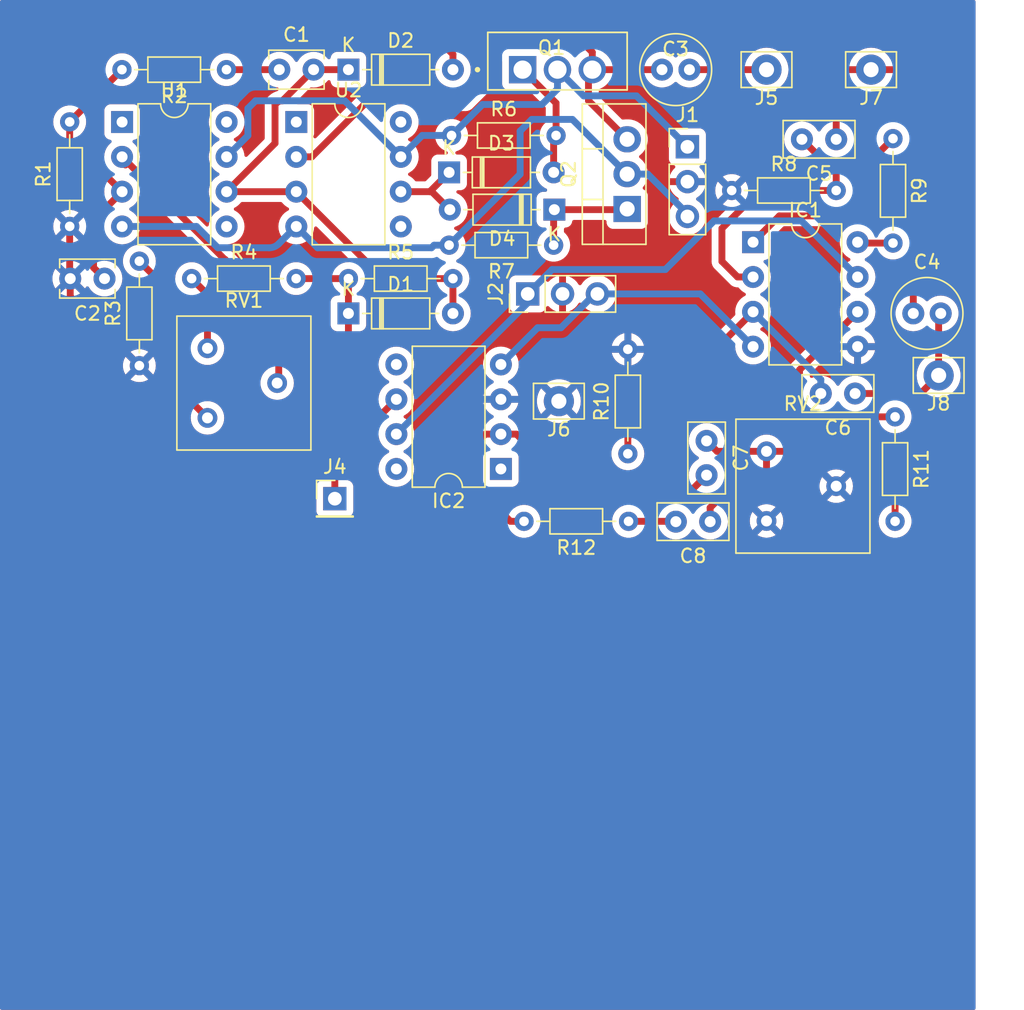
<source format=kicad_pcb>
(kicad_pcb (version 20221018) (generator pcbnew)
  (layers (0 "F.Cu" signal) (31 "B.Cu" signal) (34 "B.Paste" user) (35 "F.Paste" user) (36 "B.SilkS" user "B.Silkscreen") (37 "F.SilkS" user "F.Silkscreen") (38 "B.Mask" user) (39 "F.Mask" user) (44 "Edge.Cuts" user))
  (net 0 "")
  (net 1 "Net-(C1-Pad1)")
  (net 2 "Net-(D1-A)")
  (net 3 "Net-(U1-+)")
  (net 4 "GND")
  (net 5 "Net-(Q2-S)")
  (net 6 "Net-(J5-Pin_1)")
  (net 7 "Net-(J7-Pin_1)")
  (net 8 "Net-(J8-Pin_1)")
  (net 9 "Net-(C5-Pad2)")
  (net 10 "Net-(C6-Pad2)")
  (net 11 "Net-(C7-Pad1)")
  (net 12 "Net-(C7-Pad2)")
  (net 13 "Net-(C8-Pad2)")
  (net 14 "Net-(D1-K)")
  (net 15 "Net-(D3-K)")
  (net 16 "Net-(D3-A)")
  (net 17 "Net-(D4-K)")
  (net 18 "Net-(IC1-Pad1)")
  (net 19 "/-5V")
  (net 20 "Net-(IC1-Pad6)")
  (net 21 "/+5V")
  (net 22 "Net-(IC1-Pad8)")
  (net 25 "Net-(J4-Pin_1)")
  (net 27 "+12V")
  (net 28 "-12V")
  (net 29 "Net-(R3-Pad2)")
  (net 30 "Net-(R4-Pad1)")
  (net 31 "Net-(U1--)")
  (footprint "Connector_Pin:Pin_D1.1mm_L10.2mm_W3.5mm_Flat" (layer "F.Cu") (at 180.34 76.2)
    (fp_text reference "J5" (at 0 2.05) (layer "F.SilkS"))
    (fp_text value "Conn_01x01_Pin")
    (pad "1" thru_hole circle (at 0 0) (size 2.2 2.2) (drill 1.1) (layers "*.Cu" "*.Mask") (net 6 "Net-(J5-Pin_1)"))
  )
  (footprint "Resistor_THT:R_Axial_DIN0204_L3.6mm_D1.6mm_P7.62mm_Horizontal" (layer "F.Cu") (at 164.8206 89.0016 180)
    (fp_text reference "R7" (at 3.81 -1.92) (layer "F.SilkS"))
    (fp_text value "10K")
    (pad "1" thru_hole circle (at 0 0 180) (size 1.4 1.4) (drill 0.7) (layers "*.Cu" "*.Mask") (net 17 "Net-(D4-K)"))
    (pad "2" thru_hole oval (at 7.62 0 180) (size 1.4 1.4) (drill 0.7) (layers "*.Cu" "*.Mask") (net 28 "-12V"))
  )
  (footprint "Package_TO_SOT_THT:TO-220-3_Vertical" (layer "F.Cu") (at 170.18 86.36 90)
    (fp_text reference "Q2" (at 2.54 -4.27 90) (layer "F.SilkS"))
    (fp_text value "IRF9540N")
    (pad "1" thru_hole rect (at 0 0 90) (size 1.905 2) (drill 1.1) (layers "*.Cu" "*.Mask") (net 17 "Net-(D4-K)"))
    (pad "2" thru_hole oval (at 2.54 0 90) (size 1.905 2) (drill 1.1) (layers "*.Cu" "*.Mask") (net 28 "-12V"))
    (pad "3" thru_hole oval (at 5.08 0 90) (size 1.905 2) (drill 1.1) (layers "*.Cu" "*.Mask") (net 5 "Net-(Q2-S)"))
  )
  (footprint "Capacitor_THT:C_Disc_D5.0mm_W2.5mm_P2.50mm" (layer "F.Cu") (at 186.797 99.822 180)
    (fp_text reference "C6" (at 1.25 -2.5) (layer "F.SilkS"))
    (fp_text value "0.1uF")
    (pad "1" thru_hole circle (at 0 0 180) (size 1.6 1.6) (drill 0.8) (layers "*.Cu" "*.Mask") (net 8 "Net-(J8-Pin_1)"))
    (pad "2" thru_hole circle (at 2.5 0 180) (size 1.6 1.6) (drill 0.8) (layers "*.Cu" "*.Mask") (net 10 "Net-(C6-Pad2)"))
  )
  (footprint "Capacitor_THT:C_Disc_D5.0mm_W2.5mm_P2.50mm" (layer "F.Cu") (at 175.9712 103.2764 -90)
    (fp_text reference "C7" (at 1.25 -2.5 90) (layer "F.SilkS"))
    (fp_text value "0.1uF")
    (pad "1" thru_hole circle (at 0 0 270) (size 1.6 1.6) (drill 0.8) (layers "*.Cu" "*.Mask") (net 11 "Net-(C7-Pad1)"))
    (pad "2" thru_hole circle (at 2.5 0 270) (size 1.6 1.6) (drill 0.8) (layers "*.Cu" "*.Mask") (net 12 "Net-(C7-Pad2)"))
  )
  (footprint "Resistor_THT:R_Axial_DIN0204_L3.6mm_D1.6mm_P7.62mm_Horizontal" (layer "F.Cu") (at 138.43 91.44)
    (fp_text reference "R4" (at 3.81 -1.92) (layer "F.SilkS"))
    (fp_text value "10k")
    (pad "1" thru_hole circle (at 0 0) (size 1.4 1.4) (drill 0.7) (layers "*.Cu" "*.Mask") (net 30 "Net-(R4-Pad1)"))
    (pad "2" thru_hole oval (at 7.62 0) (size 1.4 1.4) (drill 0.7) (layers "*.Cu" "*.Mask") (net 14 "Net-(D1-K)"))
  )
  (footprint "Package_DIP:DIP-8_W7.62mm" (layer "F.Cu") (at 146.06 80.02)
    (fp_text reference "U2" (at 3.81 -2.33) (layer "F.SilkS"))
    (fp_text value "LM741")
    (pad "1" thru_hole rect (at 0 0) (size 1.6 1.6) (drill 0.8) (layers "*.Cu" "*.Mask"))
    (pad "2" thru_hole oval (at 0 2.54) (size 1.6 1.6) (drill 0.8) (layers "*.Cu" "*.Mask") (net 5 "Net-(Q2-S)"))
    (pad "3" thru_hole oval (at 0 5.08) (size 1.6 1.6) (drill 0.8) (layers "*.Cu" "*.Mask") (net 2 "Net-(D1-A)"))
    (pad "4" thru_hole oval (at 0 7.62) (size 1.6 1.6) (drill 0.8) (layers "*.Cu" "*.Mask") (net 28 "-12V"))
    (pad "5" thru_hole oval (at 7.62 7.62) (size 1.6 1.6) (drill 0.8) (layers "*.Cu" "*.Mask"))
    (pad "6" thru_hole oval (at 7.62 5.08) (size 1.6 1.6) (drill 0.8) (layers "*.Cu" "*.Mask") (net 15 "Net-(D3-K)"))
    (pad "7" thru_hole oval (at 7.62 2.54) (size 1.6 1.6) (drill 0.8) (layers "*.Cu" "*.Mask") (net 27 "+12V"))
    (pad "8" thru_hole oval (at 7.62 0) (size 1.6 1.6) (drill 0.8) (layers "*.Cu" "*.Mask"))
  )
  (footprint "Diode_THT:D_DO-35_SOD27_P7.62mm_Horizontal" (layer "F.Cu") (at 164.8714 86.4108 180)
    (fp_text reference "D4" (at 3.81 -2.12) (layer "F.SilkS"))
    (fp_text value "1N4148")
    (fp_text user "K" (at 0 -1.8) (layer "F.SilkS"))
    (pad "1" thru_hole rect (at 0 0 180) (size 1.6 1.6) (drill 0.8) (layers "*.Cu" "*.Mask") (net 17 "Net-(D4-K)"))
    (pad "2" thru_hole oval (at 7.62 0 180) (size 1.6 1.6) (drill 0.8) (layers "*.Cu" "*.Mask") (net 15 "Net-(D3-K)"))
  )
  (footprint "Resistor_THT:R_Axial_DIN0204_L3.6mm_D1.6mm_P7.62mm_Horizontal" (layer "F.Cu") (at 140.97 76.2 180)
    (fp_text reference "R2" (at 3.81 -1.92) (layer "F.SilkS"))
    (fp_text value "1.3K")
    (pad "1" thru_hole circle (at 0 0 180) (size 1.4 1.4) (drill 0.7) (layers "*.Cu" "*.Mask") (net 1 "Net-(C1-Pad1)"))
    (pad "2" thru_hole oval (at 7.62 0 180) (size 1.4 1.4) (drill 0.7) (layers "*.Cu" "*.Mask") (net 3 "Net-(U1-+)"))
  )
  (footprint "Connector_PinHeader_2.54mm:PinHeader_1x01_P2.54mm_Vertical" (layer "F.Cu") (at 148.8694 107.4928)
    (fp_text reference "J4" (at 0 -2.33) (layer "F.SilkS"))
    (fp_text value "Conn_01x01")
    (pad "1" thru_hole rect (at 0 0) (size 1.7 1.7) (drill 1) (layers "*.Cu" "*.Mask") (net 25 "Net-(J4-Pin_1)"))
  )
  (footprint "Diode_THT:D_DO-35_SOD27_P7.62mm_Horizontal" (layer "F.Cu") (at 149.86 93.98)
    (fp_text reference "D1" (at 3.81 -2.12) (layer "F.SilkS"))
    (fp_text value "1N4448")
    (fp_text user "K" (at 0 -1.8) (layer "F.SilkS"))
    (pad "1" thru_hole rect (at 0 0) (size 1.6 1.6) (drill 0.8) (layers "*.Cu" "*.Mask") (net 14 "Net-(D1-K)"))
    (pad "2" thru_hole oval (at 7.62 0) (size 1.6 1.6) (drill 0.8) (layers "*.Cu" "*.Mask") (net 2 "Net-(D1-A)"))
  )
  (footprint "Capacitor_THT:C_Disc_D5.0mm_W2.5mm_P2.50mm" (layer "F.Cu") (at 185.42 81.28 180)
    (fp_text reference "C5" (at 1.25 -2.5) (layer "F.SilkS"))
    (fp_text value "0.1uF")
    (pad "1" thru_hole circle (at 0 0 180) (size 1.6 1.6) (drill 0.8) (layers "*.Cu" "*.Mask") (net 7 "Net-(J7-Pin_1)"))
    (pad "2" thru_hole circle (at 2.5 0 180) (size 1.6 1.6) (drill 0.8) (layers "*.Cu" "*.Mask") (net 9 "Net-(C5-Pad2)"))
  )
  (footprint "Potentiometer_THT:Potentiometer_Bourns_3386F_Vertical" (layer "F.Cu") (at 180.34 109.1184)
    (fp_text reference "RV2" (at 2.655 -8.555) (layer "F.SilkS"))
    (fp_text value "100")
    (pad "1" thru_hole circle (at 0 0) (size 1.44 1.44) (drill 0.8) (layers "*.Cu" "*.Mask") (net 4 "GND"))
    (pad "2" thru_hole circle (at 5.08 -2.54) (size 1.44 1.44) (drill 0.8) (layers "*.Cu" "*.Mask") (net 4 "GND"))
    (pad "3" thru_hole circle (at 0 -5.08) (size 1.44 1.44) (drill 0.8) (layers "*.Cu" "*.Mask") (net 11 "Net-(C7-Pad1)"))
  )
  (footprint "Potentiometer_THT:Potentiometer_Bourns_3386F_Vertical" (layer "F.Cu") (at 139.585 101.6)
    (fp_text reference "RV1" (at 2.655 -8.555) (layer "F.SilkS"))
    (fp_text value "10k")
    (pad "1" thru_hole circle (at 0 0) (size 1.44 1.44) (drill 0.8) (layers "*.Cu" "*.Mask") (net 29 "Net-(R3-Pad2)"))
    (pad "2" thru_hole circle (at 5.08 -2.54) (size 1.44 1.44) (drill 0.8) (layers "*.Cu" "*.Mask") (net 31 "Net-(U1--)"))
    (pad "3" thru_hole circle (at 0 -5.08) (size 1.44 1.44) (drill 0.8) (layers "*.Cu" "*.Mask") (net 30 "Net-(R4-Pad1)"))
  )
  (footprint "Capacitor_THT:C_Disc_D3.8mm_W2.6mm_P2.50mm" (layer "F.Cu") (at 132.08 91.44 180)
    (fp_text reference "C2" (at 1.25 -2.55) (layer "F.SilkS"))
    (fp_text value "22pF")
    (pad "1" thru_hole circle (at 0 0 180) (size 1.6 1.6) (drill 0.8) (layers "*.Cu" "*.Mask") (net 3 "Net-(U1-+)"))
    (pad "2" thru_hole circle (at 2.5 0 180) (size 1.6 1.6) (drill 0.8) (layers "*.Cu" "*.Mask") (net 4 "GND"))
  )
  (footprint "IRFZ44N:TO254P1016X419X2286-3" (layer "F.Cu") (at 165.1 76.2)
    (fp_text reference "Q1" (at -0.4318 -1.6002) (layer "F.SilkS"))
    (fp_text value "IRFZ44N")
    (pad "1" thru_hole rect (at -2.54 0) (size 1.995 1.995) (drill 1.33) (layers "*.Cu" "*.Mask") (net 16 "Net-(D3-A)"))
    (pad "2" thru_hole circle (at 0 0) (size 1.995 1.995) (drill 1.33) (layers "*.Cu" "*.Mask") (net 27 "+12V"))
    (pad "3" thru_hole circle (at 2.54 0) (size 1.995 1.995) (drill 1.33) (layers "*.Cu" "*.Mask") (net 5 "Net-(Q2-S)"))
  )
  (footprint "Connector_PinHeader_2.54mm:PinHeader_1x03_P2.54mm_Vertical" (layer "F.Cu") (at 162.9306 92.5576 90)
    (fp_text reference "J2" (at 0 -2.33 90) (layer "F.SilkS"))
    (fp_text value "Conn_01x03")
    (pad "1" thru_hole rect (at 0 0 90) (size 1.7 1.7) (drill 1) (layers "*.Cu" "*.Mask") (net 21 "/+5V"))
    (pad "2" thru_hole oval (at 0 2.54 90) (size 1.7 1.7) (drill 1) (layers "*.Cu" "*.Mask") (net 4 "GND"))
    (pad "3" thru_hole oval (at 0 5.08 90) (size 1.7 1.7) (drill 1) (layers "*.Cu" "*.Mask") (net 19 "/-5V"))
  )
  (footprint "Package_DIP:DIP-8_W7.62mm" (layer "F.Cu") (at 160.9752 105.3238 180)
    (fp_text reference "IC2" (at 3.81 -2.33) (layer "F.SilkS"))
    (fp_text value "OP27Z")
    (pad "1" thru_hole rect (at 0 0 180) (size 1.6 1.6) (drill 0.8) (layers "*.Cu" "*.Mask"))
    (pad "2" thru_hole oval (at 0 2.54 180) (size 1.6 1.6) (drill 0.8) (layers "*.Cu" "*.Mask") (net 12 "Net-(C7-Pad2)"))
    (pad "3" thru_hole oval (at 0 5.08 180) (size 1.6 1.6) (drill 0.8) (layers "*.Cu" "*.Mask") (net 4 "GND"))
    (pad "4" thru_hole oval (at 0 7.62 180) (size 1.6 1.6) (drill 0.8) (layers "*.Cu" "*.Mask") (net 19 "/-5V"))
    (pad "5" thru_hole oval (at 7.62 7.62 180) (size 1.6 1.6) (drill 0.8) (layers "*.Cu" "*.Mask"))
    (pad "6" thru_hole oval (at 7.62 5.08 180) (size 1.6 1.6) (drill 0.8) (layers "*.Cu" "*.Mask") (net 25 "Net-(J4-Pin_1)"))
    (pad "7" thru_hole oval (at 7.62 2.54 180) (size 1.6 1.6) (drill 0.8) (layers "*.Cu" "*.Mask") (net 21 "/+5V"))
    (pad "8" thru_hole oval (at 7.62 0 180) (size 1.6 1.6) (drill 0.8) (layers "*.Cu" "*.Mask"))
  )
  (footprint "Resistor_THT:R_Axial_DIN0204_L3.6mm_D1.6mm_P7.62mm_Horizontal" (layer "F.Cu") (at 170.2816 109.1438 180)
    (fp_text reference "R12" (at 3.81 -1.92) (layer "F.SilkS"))
    (fp_text value "30.47k")
    (pad "1" thru_hole circle (at 0 0 180) (size 1.4 1.4) (drill 0.7) (layers "*.Cu" "*.Mask") (net 13 "Net-(C8-Pad2)"))
    (pad "2" thru_hole oval (at 7.62 0 180) (size 1.4 1.4) (drill 0.7) (layers "*.Cu" "*.Mask") (net 12 "Net-(C7-Pad2)"))
  )
  (footprint "Resistor_THT:R_Axial_DIN0204_L3.6mm_D1.6mm_P7.62mm_Horizontal" (layer "F.Cu") (at 149.86 91.44)
    (fp_text reference "R5" (at 3.81 -1.92) (layer "F.SilkS"))
    (fp_text value "10k")
    (pad "1" thru_hole circle (at 0 0) (size 1.4 1.4) (drill 0.7) (layers "*.Cu" "*.Mask") (net 14 "Net-(D1-K)"))
    (pad "2" thru_hole oval (at 7.62 0) (size 1.4 1.4) (drill 0.7) (layers "*.Cu" "*.Mask") (net 2 "Net-(D1-A)"))
  )
  (footprint "Resistor_THT:R_Axial_DIN0204_L3.6mm_D1.6mm_P7.62mm_Horizontal" (layer "F.Cu") (at 170.2308 104.2162 90)
    (fp_text reference "R10" (at 3.81 -1.92 90) (layer "F.SilkS"))
    (fp_text value "1.7K")
    (pad "1" thru_hole circle (at 0 0 90) (size 1.4 1.4) (drill 0.7) (layers "*.Cu" "*.Mask") (net 10 "Net-(C6-Pad2)"))
    (pad "2" thru_hole oval (at 7.62 0 90) (size 1.4 1.4) (drill 0.7) (layers "*.Cu" "*.Mask") (net 4 "GND"))
  )
  (footprint "Package_DIP:DIP-8_W7.62mm" (layer "F.Cu") (at 133.36 80.02)
    (fp_text reference "U1" (at 3.81 -2.33) (layer "F.SilkS"))
    (fp_text value "LM741")
    (pad "1" thru_hole rect (at 0 0) (size 1.6 1.6) (drill 0.8) (layers "*.Cu" "*.Mask"))
    (pad "2" thru_hole oval (at 0 2.54) (size 1.6 1.6) (drill 0.8) (layers "*.Cu" "*.Mask") (net 31 "Net-(U1--)"))
    (pad "3" thru_hole oval (at 0 5.08) (size 1.6 1.6) (drill 0.8) (layers "*.Cu" "*.Mask") (net 3 "Net-(U1-+)"))
    (pad "4" thru_hole oval (at 0 7.62) (size 1.6 1.6) (drill 0.8) (layers "*.Cu" "*.Mask") (net 28 "-12V"))
    (pad "5" thru_hole oval (at 7.62 7.62) (size 1.6 1.6) (drill 0.8) (layers "*.Cu" "*.Mask"))
    (pad "6" thru_hole oval (at 7.62 5.08) (size 1.6 1.6) (drill 0.8) (layers "*.Cu" "*.Mask") (net 2 "Net-(D1-A)"))
    (pad "7" thru_hole oval (at 7.62 2.54) (size 1.6 1.6) (drill 0.8) (layers "*.Cu" "*.Mask") (net 27 "+12V"))
    (pad "8" thru_hole oval (at 7.62 0) (size 1.6 1.6) (drill 0.8) (layers "*.Cu" "*.Mask"))
  )
  (footprint "Resistor_THT:R_Axial_DIN0204_L3.6mm_D1.6mm_P7.62mm_Horizontal" (layer "F.Cu") (at 157.3784 81.0006)
    (fp_text reference "R6" (at 3.81 -1.92) (layer "F.SilkS"))
    (fp_text value "10K")
    (pad "1" thru_hole circle (at 0 0) (size 1.4 1.4) (drill 0.7) (layers "*.Cu" "*.Mask") (net 27 "+12V"))
    (pad "2" thru_hole oval (at 7.62 0) (size 1.4 1.4) (drill 0.7) (layers "*.Cu" "*.Mask") (net 16 "Net-(D3-A)"))
  )
  (footprint "Connector_PinHeader_2.54mm:PinHeader_1x03_P2.54mm_Vertical" (layer "F.Cu") (at 174.5742 81.8284)
    (fp_text reference "J1" (at 0 -2.33) (layer "F.SilkS"))
    (fp_text value "Conn_01x03")
    (pad "1" thru_hole rect (at 0 0) (size 1.7 1.7) (drill 1) (layers "*.Cu" "*.Mask") (net 27 "+12V"))
    (pad "2" thru_hole oval (at 0 2.54) (size 1.7 1.7) (drill 1) (layers "*.Cu" "*.Mask") (net 4 "GND"))
    (pad "3" thru_hole oval (at 0 5.08) (size 1.7 1.7) (drill 1) (layers "*.Cu" "*.Mask") (net 28 "-12V"))
  )
  (footprint "Connector_Pin:Pin_D1.1mm_L10.2mm_W3.5mm_Flat" (layer "F.Cu") (at 187.96 76.2)
    (fp_text reference "J7" (at 0 2.05) (layer "F.SilkS"))
    (fp_text value "Conn_01x01_Pin")
    (pad "1" thru_hole circle (at 0 0) (size 2.2 2.2) (drill 1.1) (layers "*.Cu" "*.Mask") (net 7 "Net-(J7-Pin_1)"))
  )
  (footprint "Diode_THT:D_DO-35_SOD27_P7.62mm_Horizontal" (layer "F.Cu") (at 157.2006 83.693)
    (fp_text reference "D3" (at 3.81 -2.12) (layer "F.SilkS"))
    (fp_text value "1N4148")
    (fp_text user "K" (at 0 -1.8) (layer "F.SilkS"))
    (pad "1" thru_hole rect (at 0 0) (size 1.6 1.6) (drill 0.8) (layers "*.Cu" "*.Mask") (net 15 "Net-(D3-K)"))
    (pad "2" thru_hole oval (at 7.62 0) (size 1.6 1.6) (drill 0.8) (layers "*.Cu" "*.Mask") (net 16 "Net-(D3-A)"))
  )
  (footprint "Connector_Pin:Pin_D1.1mm_L10.2mm_W3.5mm_Flat" (layer "F.Cu") (at 165.2016 100.3808)
    (fp_text reference "J6" (at 0 2.05) (layer "F.SilkS"))
    (fp_text value "Conn_01x01_Pin")
    (pad "1" thru_hole circle (at 0 0) (size 2.2 2.2) (drill 1.1) (layers "*.Cu" "*.Mask") (net 4 "GND"))
  )
  (footprint "Capacitor_THT:C_Radial_D5.0mm_H11.0mm_P2.00mm" (layer "F.Cu") (at 191.04 93.98)
    (fp_text reference "C4" (at 1 -3.75) (layer "F.SilkS"))
    (fp_text value "4.7uF")
    (pad "1" thru_hole circle (at 0 0) (size 1.6 1.6) (drill 0.8) (layers "*.Cu" "*.Mask") (net 7 "Net-(J7-Pin_1)"))
    (pad "2" thru_hole circle (at 2 0) (size 1.6 1.6) (drill 0.8) (layers "*.Cu" "*.Mask") (net 8 "Net-(J8-Pin_1)"))
  )
  (footprint "Resistor_THT:R_Axial_DIN0204_L3.6mm_D1.6mm_P7.62mm_Horizontal" (layer "F.Cu") (at 129.54 87.63 90)
    (fp_text reference "R1" (at 3.81 -1.92 90) (layer "F.SilkS"))
    (fp_text value "1.3k")
    (pad "1" thru_hole circle (at 0 0 90) (size 1.4 1.4) (drill 0.7) (layers "*.Cu" "*.Mask") (net 4 "GND"))
    (pad "2" thru_hole oval (at 7.62 0 90) (size 1.4 1.4) (drill 0.7) (layers "*.Cu" "*.Mask") (net 3 "Net-(U1-+)"))
  )
  (footprint "Connector_Pin:Pin_D1.1mm_L10.2mm_W3.5mm_Flat" (layer "F.Cu") (at 192.8876 98.5012)
    (fp_text reference "J8" (at 0 2.05) (layer "F.SilkS"))
    (fp_text value "Conn_01x01_Pin")
    (pad "1" thru_hole circle (at 0 0) (size 2.2 2.2) (drill 1.1) (layers "*.Cu" "*.Mask") (net 8 "Net-(J8-Pin_1)"))
  )
  (footprint "Capacitor_THT:C_Disc_D5.0mm_W2.5mm_P2.50mm" (layer "F.Cu") (at 176.2306 109.1692 180)
    (fp_text reference "C8" (at 1.25 -2.5) (layer "F.SilkS"))
    (fp_text value "0.1uF")
    (pad "1" thru_hole circle (at 0 0 180) (size 1.6 1.6) (drill 0.8) (layers "*.Cu" "*.Mask") (net 11 "Net-(C7-Pad1)"))
    (pad "2" thru_hole circle (at 2.5 0 180) (size 1.6 1.6) (drill 0.8) (layers "*.Cu" "*.Mask") (net 13 "Net-(C8-Pad2)"))
  )
  (footprint "Package_DIP:DIP-8_W7.62mm" (layer "F.Cu") (at 179.3594 88.783)
    (fp_text reference "IC1" (at 3.81 -2.33) (layer "F.SilkS"))
    (fp_text value "INA118")
    (pad "1" thru_hole rect (at 0 0) (size 1.6 1.6) (drill 0.8) (layers "*.Cu" "*.Mask") (net 18 "Net-(IC1-Pad1)"))
    (pad "2" thru_hole oval (at 0 2.54) (size 1.6 1.6) (drill 0.8) (layers "*.Cu" "*.Mask") (net 9 "Net-(C5-Pad2)"))
    (pad "3" thru_hole oval (at 0 5.08) (size 1.6 1.6) (drill 0.8) (layers "*.Cu" "*.Mask") (net 10 "Net-(C6-Pad2)"))
    (pad "4" thru_hole oval (at 0 7.62) (size 1.6 1.6) (drill 0.8) (layers "*.Cu" "*.Mask") (net 19 "/-5V"))
    (pad "5" thru_hole oval (at 7.62 7.62) (size 1.6 1.6) (drill 0.8) (layers "*.Cu" "*.Mask") (net 4 "GND"))
    (pad "6" thru_hole oval (at 7.62 5.08) (size 1.6 1.6) (drill 0.8) (layers "*.Cu" "*.Mask") (net 20 "Net-(IC1-Pad6)"))
    (pad "7" thru_hole oval (at 7.62 2.54) (size 1.6 1.6) (drill 0.8) (layers "*.Cu" "*.Mask") (net 21 "/+5V"))
    (pad "8" thru_hole oval (at 7.62 0) (size 1.6 1.6) (drill 0.8) (layers "*.Cu" "*.Mask") (net 22 "Net-(IC1-Pad8)"))
  )
  (footprint "Resistor_THT:R_Axial_DIN0204_L3.6mm_D1.6mm_P7.62mm_Horizontal" (layer "F.Cu") (at 134.62 97.79 90)
    (fp_text reference "R3" (at 3.81 -1.92 90) (layer "F.SilkS"))
    (fp_text value "10k")
    (pad "1" thru_hole circle (at 0 0 90) (size 1.4 1.4) (drill 0.7) (layers "*.Cu" "*.Mask") (net 4 "GND"))
    (pad "2" thru_hole oval (at 7.62 0 90) (size 1.4 1.4) (drill 0.7) (layers "*.Cu" "*.Mask") (net 29 "Net-(R3-Pad2)"))
  )
  (footprint "Capacitor_THT:C_Radial_D5.0mm_H11.0mm_P2.00mm" (layer "F.Cu") (at 172.72 76.2)
    (fp_text reference "C3" (at 0.9906 -1.4986) (layer "F.SilkS"))
    (fp_text value "4.7uF")
    (pad "1" thru_hole circle (at 0 0) (size 1.6 1.6) (drill 0.8) (layers "*.Cu" "*.Mask") (net 5 "Net-(Q2-S)"))
    (pad "2" thru_hole circle (at 2 0) (size 1.6 1.6) (drill 0.8) (layers "*.Cu" "*.Mask") (net 6 "Net-(J5-Pin_1)"))
  )
  (footprint "Resistor_THT:R_Axial_DIN0204_L3.6mm_D1.6mm_P7.62mm_Horizontal" (layer "F.Cu") (at 177.8 85.0138)
    (fp_text reference "R8" (at 3.81 -1.92) (layer "F.SilkS"))
    (fp_text value "1.7K")
    (pad "1" thru_hole circle (at 0 0) (size 1.4 1.4) (drill 0.7) (layers "*.Cu" "*.Mask") (net 4 "GND"))
    (pad "2" thru_hole oval (at 7.62 0) (size 1.4 1.4) (drill 0.7) (layers "*.Cu" "*.Mask") (net 9 "Net-(C5-Pad2)"))
  )
  (footprint "Resistor_THT:R_Axial_DIN0204_L3.6mm_D1.6mm_P7.62mm_Horizontal" (layer "F.Cu") (at 189.7126 101.5238 -90)
    (fp_text reference "R11" (at 3.81 -1.92 90) (layer "F.SilkS"))
    (fp_text value "7.6k")
    (pad "1" thru_hole circle (at 0 0 270) (size 1.4 1.4) (drill 0.7) (layers "*.Cu" "*.Mask") (net 20 "Net-(IC1-Pad6)"))
    (pad "2" thru_hole oval (at 7.62 0 270) (size 1.4 1.4) (drill 0.7) (layers "*.Cu" "*.Mask") (net 11 "Net-(C7-Pad1)"))
  )
  (footprint "Diode_THT:D_DO-35_SOD27_P7.62mm_Horizontal" (layer "F.Cu") (at 149.86 76.2)
    (fp_text reference "D2" (at 3.81 -2.12) (layer "F.SilkS"))
    (fp_text value "1N4448")
    (fp_text user "K" (at 0 -1.8) (layer "F.SilkS"))
    (pad "1" thru_hole rect (at 0 0) (size 1.6 1.6) (drill 0.8) (layers "*.Cu" "*.Mask") (net 2 "Net-(D1-A)"))
    (pad "2" thru_hole oval (at 7.62 0) (size 1.6 1.6) (drill 0.8) (layers "*.Cu" "*.Mask") (net 14 "Net-(D1-K)"))
  )
  (footprint "Capacitor_THT:C_Disc_D3.8mm_W2.6mm_P2.50mm" (layer "F.Cu") (at 144.82 76.2)
    (fp_text reference "C1" (at 1.25 -2.55) (layer "F.SilkS"))
    (fp_text value "22pF")
    (pad "1" thru_hole circle (at 0 0) (size 1.6 1.6) (drill 0.8) (layers "*.Cu" "*.Mask") (net 1 "Net-(C1-Pad1)"))
    (pad "2" thru_hole circle (at 2.5 0) (size 1.6 1.6) (drill 0.8) (layers "*.Cu" "*.Mask") (net 2 "Net-(D1-A)"))
  )
  (footprint "Resistor_THT:R_Axial_DIN0204_L3.6mm_D1.6mm_P7.62mm_Horizontal" (layer "F.Cu") (at 189.5602 81.2292 -90)
    (fp_text reference "R9" (at 3.81 -1.92 90) (layer "F.SilkS"))
    (fp_text value "470")
    (pad "1" thru_hole circle (at 0 0 270) (size 1.4 1.4) (drill 0.7) (layers "*.Cu" "*.Mask") (net 18 "Net-(IC1-Pad1)"))
    (pad "2" thru_hole oval (at 7.62 0 270) (size 1.4 1.4) (drill 0.7) (layers "*.Cu" "*.Mask") (net 22 "Net-(IC1-Pad8)"))
  )
  (segment (start 140.97 76.2) (end 144.82 76.2) (width 0.5) (layer "F.Cu") (net 1))
  (segment (start 147.32 76.2) (end 145.05 78.47) (width 0.5) (layer "F.Cu") (net 2))
  (segment (start 147.32 76.2) (end 149.86 76.2) (width 0.5) (layer "F.Cu") (net 2))
  (segment (start 157.48 93.98) (end 157.48 91.44) (width 0.5) (layer "F.Cu") (net 2))
  (segment (start 140.98 85.1) (end 146.06 85.1) (width 0.5) (layer "F.Cu") (net 2))
  (segment (start 144.51 78.74) (end 144.51 81.57) (width 0.5) (layer "F.Cu") (net 2))
  (segment (start 152.4 91.44) (end 157.48 91.44) (width 0.5) (layer "F.Cu") (net 2))
  (segment (start 144.51 81.57) (end 140.98 85.1) (width 0.5) (layer "F.Cu") (net 2))
  (segment (start 146.06 85.1) (end 152.4 91.44) (width 0.5) (layer "F.Cu") (net 2))
  (segment (start 144.51 78.74) (end 144.589081 78.660919) (width 0.5) (layer "F.Cu") (net 2))
  (arc (start 144.589081 78.660919) (mid 144.800552 78.519619) (end 145.05 78.47) (width 0.5) (layer "F.Cu") (net 2))
  (segment (start 131.280001 90.640001) (end 131.280001 87.179999) (width 0.5) (layer "F.Cu") (net 3))
  (segment (start 133.35 76.2) (end 129.54 80.01) (width 0.5) (layer "F.Cu") (net 3))
  (segment (start 131.280001 87.179999) (end 133.36 85.1) (width 0.5) (layer "F.Cu") (net 3))
  (segment (start 129.54 81.28) (end 133.36 85.1) (width 0.5) (layer "F.Cu") (net 3))
  (segment (start 129.54 80.01) (end 129.54 81.28) (width 0.5) (layer "F.Cu") (net 3))
  (segment (start 132.08 91.44) (end 131.280001 90.640001) (width 0.5) (layer "F.Cu") (net 3))
  (segment (start 129.54 91.4) (end 129.58 91.44) (width 0.5) (layer "F.Cu") (net 4))
  (segment (start 129.58 92.75) (end 129.58 91.44) (width 0.5) (layer "F.Cu") (net 4))
  (segment (start 134.62 97.79) (end 129.58 92.75) (width 0.5) (layer "F.Cu") (net 4))
  (segment (start 129.54 87.63) (end 129.54 91.4) (width 0.5) (layer "F.Cu") (net 4))
  (segment (start 166.1922 73.4822) (end 161.8234 73.4822) (width 0.5) (layer "F.Cu") (net 5))
  (segment (start 151.28137 78.47) (end 147.19137 82.56) (width 0.5) (layer "F.Cu") (net 5))
  (segment (start 160.02 75.2856) (end 160.02 76.835) (width 0.5) (layer "F.Cu") (net 5))
  (segment (start 167.64 76.2) (end 172.72 76.2) (width 0.5) (layer "F.Cu") (net 5))
  (segment (start 158.385 78.47) (end 151.28137 78.47) (width 0.5) (layer "F.Cu") (net 5))
  (segment (start 170.18 81.28) (end 167.3606 78.4606) (width 0.5) (layer "F.Cu") (net 5))
  (segment (start 167.64 76.2) (end 167.64 74.93) (width 0.5) (layer "F.Cu") (net 5))
  (segment (start 147.19137 82.56) (end 146.06 82.56) (width 0.5) (layer "F.Cu") (net 5))
  (segment (start 161.8234 73.4822) (end 160.02 75.2856) (width 0.5) (layer "F.Cu") (net 5))
  (segment (start 167.64 74.93) (end 166.1922 73.4822) (width 0.5) (layer "F.Cu") (net 5))
  (segment (start 167.3606 78.4606) (end 167.3606 76.874531) (width 0.5) (layer "F.Cu") (net 5))
  (segment (start 160.02 76.835) (end 158.385 78.47) (width 0.5) (layer "F.Cu") (net 5))
  (arc (start 167.3606 76.874531) (mid 167.433214 76.509477) (end 167.64 76.2) (width 0.5) (layer "F.Cu") (net 5))
  (segment (start 174.72 76.2) (end 180.34 76.2) (width 0.5) (layer "F.Cu") (net 6))
  (segment (start 193.4718 83.4136) (end 191.04 85.8454) (width 0.5) (layer "F.Cu") (net 7))
  (segment (start 191.4652 76.2254) (end 193.4718 78.232) (width 0.5) (layer "F.Cu") (net 7))
  (segment (start 191.04 93.98) (end 191.04 85.8454) (width 0.5) (layer "F.Cu") (net 7))
  (segment (start 185.42 81.28) (end 185.42 76.976131) (width 0.5) (layer "F.Cu") (net 7))
  (segment (start 187.96 76.2) (end 191.403879 76.2) (width 0.5) (layer "F.Cu") (net 7))
  (segment (start 186.196131 76.2) (end 187.96 76.2) (width 0.5) (layer "F.Cu") (net 7))
  (segment (start 185.42 76.976131) (end 186.196131 76.2) (width 0.5) (layer "F.Cu") (net 7))
  (segment (start 193.4718 78.232) (end 193.4718 83.4136) (width 0.5) (layer "F.Cu") (net 7))
  (arc (start 191.403879 76.2) (mid 191.437065 76.206601) (end 191.4652 76.2254) (width 0.5) (layer "F.Cu") (net 7))
  (segment (start 192.8876 98.5012) (end 191.656276 99.732524) (width 0.5) (layer "F.Cu") (net 8))
  (segment (start 186.797 99.822) (end 191.440262 99.822) (width 0.5) (layer "F.Cu") (net 8))
  (segment (start 192.8876 98.5012) (end 192.8876 94.347926) (width 0.5) (layer "F.Cu") (net 8))
  (arc (start 191.440262 99.822) (mid 191.557168 99.798746) (end 191.656276 99.732524) (width 0.5) (layer "F.Cu") (net 8))
  (arc (start 192.8876 94.347926) (mid 192.927207 94.148806) (end 193.04 93.98) (width 0.5) (layer "F.Cu") (net 8))
  (segment (start 179.3594 91.323) (end 178.22803 91.323) (width 0.5) (layer "F.Cu") (net 9))
  (segment (start 177.0888 90.18377) (end 177.0888 87.7824) (width 0.5) (layer "F.Cu") (net 9))
  (segment (start 178.22803 91.323) (end 177.0888 90.18377) (width 0.5) (layer "F.Cu") (net 9))
  (segment (start 179.85061 85.0138) (end 185.42 85.0138) (width 0.5) (layer "F.Cu") (net 9))
  (segment (start 185.42 83.78) (end 185.42 85.0138) (width 0.5) (layer "F.Cu") (net 9))
  (segment (start 177.0888 87.7824) (end 177.5968 87.2744) (width 0.5) (layer "F.Cu") (net 9))
  (segment (start 177.5968 87.2744) (end 177.5968 87.26761) (width 0.5) (layer "F.Cu") (net 9))
  (segment (start 177.5968 87.26761) (end 179.85061 85.0138) (width 0.5) (layer "F.Cu") (net 9))
  (segment (start 182.92 81.28) (end 185.42 83.78) (width 0.5) (layer "F.Cu") (net 9))
  (segment (start 170.2308 102.9916) (end 170.2308 104.2162) (width 0.5) (layer "F.Cu") (net 10))
  (segment (start 179.3594 93.863) (end 170.2308 102.9916) (width 0.5) (layer "F.Cu") (net 10))
  (segment (start 184.297 98.8006) (end 184.297 99.822) (width 0.5) (layer "B.Cu") (net 10))
  (segment (start 179.3594 93.863) (end 184.297 98.8006) (width 0.5) (layer "B.Cu") (net 10))
  (segment (start 189.7126 109.1438) (end 189.7126 107.441998) (width 0.5) (layer "F.Cu") (net 11))
  (segment (start 180.34 105.8418) (end 180.34 104.0384) (width 0.5) (layer "F.Cu") (net 11))
  (segment (start 180.34 104.0384) (end 186.309 104.0384) (width 0.5) (layer "F.Cu") (net 11))
  (segment (start 189.7126 107.441998) (end 186.309 104.0384) (width 0.5) (layer "F.Cu") (net 11))
  (segment (start 176.2306 109.1692) (end 176.2306 108.147809) (width 0.5) (layer "F.Cu") (net 11))
  (segment (start 176.7332 104.0384) (end 180.34 104.0384) (width 0.5) (layer "F.Cu") (net 11))
  (segment (start 176.952839 107.425561) (end 176.2306 108.147809) (width 0.5) (layer "F.Cu") (net 11))
  (segment (start 176.952839 107.425561) (end 178.756239 107.425561) (width 0.5) (layer "F.Cu") (net 11))
  (segment (start 175.9712 103.2764) (end 176.7332 104.0384) (width 0.5) (layer "F.Cu") (net 11))
  (segment (start 178.756239 107.425561) (end 180.34 105.8418) (width 0.5) (layer "F.Cu") (net 11))
  (segment (start 175.9712 105.7764) (end 174.7374 107.0102) (width 0.5) (layer "F.Cu") (net 12))
  (segment (start 159.4252 106.897349) (end 159.4252 103.20243) (width 0.5) (layer "F.Cu") (net 12))
  (segment (start 161.671651 109.1438) (end 159.4252 106.897349) (width 0.5) (layer "F.Cu") (net 12))
  (segment (start 160.9752 102.7838) (end 162.10657 102.7838) (width 0.5) (layer "F.Cu") (net 12))
  (segment (start 166.4462 107.0102) (end 174.7374 107.0102) (width 0.5) (layer "F.Cu") (net 12))
  (segment (start 162.6616 109.1438) (end 161.671651 109.1438) (width 0.5) (layer "F.Cu") (net 12))
  (segment (start 159.84383 102.7838) (end 160.9752 102.7838) (width 0.5) (layer "F.Cu") (net 12))
  (segment (start 162.10657 102.7838) (end 166.252904 106.930134) (width 0.5) (layer "F.Cu") (net 12))
  (segment (start 159.4252 103.20243) (end 159.84383 102.7838) (width 0.5) (layer "F.Cu") (net 12))
  (arc (start 166.252904 106.930134) (mid 166.341589 106.989391) (end 166.4462 107.0102) (width 0.5) (layer "F.Cu") (net 12))
  (segment (start 170.2816 109.1438) (end 173.669279 109.1438) (width 0.5) (layer "F.Cu") (net 13))
  (arc (start 173.669279 109.1438) (mid 173.702465 109.150401) (end 173.7306 109.1692) (width 0.5) (layer "F.Cu") (net 13))
  (segment (start 137.16 104.14) (end 126.7968 93.7768) (width 0.5) (layer "F.Cu") (net 14))
  (segment (start 155.321 72.9234) (end 157.48 75.0824) (width 0.5) (layer "F.Cu") (net 14))
  (segment (start 157.48 75.0824) (end 157.48 76.2) (width 0.5) (layer "F.Cu") (net 14))
  (segment (start 132.5372 72.9234) (end 155.321 72.9234) (width 0.5) (layer "F.Cu") (net 14))
  (segment (start 149.86 99.314) (end 145.034 104.14) (width 0.5) (layer "F.Cu") (net 14))
  (segment (start 126.7968 93.7768) (end 126.7968 78.6638) (width 0.5) (layer "F.Cu") (net 14))
  (segment (start 145.034 104.14) (end 137.16 104.14) (width 0.5) (layer "F.Cu") (net 14))
  (segment (start 126.7968 78.6638) (end 132.5372 72.9234) (width 0.5) (layer "F.Cu") (net 14))
  (segment (start 149.86 93.98) (end 149.86 91.44) (width 0.5) (layer "F.Cu") (net 14))
  (segment (start 149.86 93.98) (end 149.86 99.314) (width 0.5) (layer "F.Cu") (net 14))
  (segment (start 149.86 91.44) (end 146.05 91.44) (width 0.5) (layer "F.Cu") (net 14))
  (segment (start 155.7936 85.1) (end 155.8036 85.09) (width 0.5) (layer "F.Cu") (net 15))
  (segment (start 153.68 85.1) (end 155.7936 85.1) (width 0.5) (layer "F.Cu") (net 15))
  (segment (start 155.9306 85.09) (end 155.8036 85.09) (width 0.5) (layer "F.Cu") (net 15))
  (segment (start 157.2514 86.4108) (end 155.9306 85.09) (width 0.5) (layer "F.Cu") (net 15))
  (segment (start 155.8036 85.09) (end 157.2006 83.693) (width 0.5) (layer "F.Cu") (net 15))
  (segment (start 164.9984 81.0006) (end 164.9984 78.6384) (width 0.5) (layer "F.Cu") (net 16))
  (segment (start 164.9984 78.6384) (end 162.56 76.2) (width 0.5) (layer "F.Cu") (net 16))
  (segment (start 164.8206 81.1784) (end 164.9984 81.0006) (width 0.5) (layer "F.Cu") (net 16))
  (segment (start 164.8206 83.693) (end 164.8206 81.1784) (width 0.5) (layer "F.Cu") (net 16))
  (segment (start 170.1292 86.4108) (end 170.18 86.36) (width 0.5) (layer "F.Cu") (net 17))
  (segment (start 164.8714 86.4108) (end 170.1292 86.4108) (width 0.5) (layer "F.Cu") (net 17))
  (segment (start 164.8206 89.0016) (end 164.8206 86.4616) (width 0.5) (layer "F.Cu") (net 17))
  (segment (start 164.8206 86.4616) (end 164.8714 86.4108) (width 0.5) (layer "F.Cu") (net 17))
  (segment (start 187.833 86.868) (end 181.2744 86.868) (width 0.5) (layer "F.Cu") (net 18))
  (segment (start 189.5602 81.2292) (end 188.468 82.3214) (width 0.5) (layer "F.Cu") (net 18))
  (segment (start 188.468 82.3214) (end 188.468 86.233) (width 0.5) (layer "F.Cu") (net 18))
  (segment (start 188.468 86.233) (end 187.833 86.868) (width 0.5) (layer "F.Cu") (net 18))
  (segment (start 181.2744 86.868) (end 179.3594 88.783) (width 0.5) (layer "F.Cu") (net 18))
  (segment (start 167.819145 92.559874) (end 165.357619 95.0214) (width 0.5) (layer "B.Cu") (net 19))
  (segment (start 163.615612 95.063388) (end 163.657618 95.021392) (width 0.5) (layer "B.Cu") (net 19))
  (segment (start 168.0106 92.5576) (end 167.819145 92.559874) (width 0.5) (layer "B.Cu") (net 19))
  (segment (start 179.3594 96.403) (end 175.514 92.5576) (width 0.5) (layer "B.Cu") (net 19))
  (segment (start 163.615612 95.063388) (end 160.9752 97.7038) (width 0.5) (layer "B.Cu") (net 19))
  (segment (start 165.357619 95.0214) (end 163.717 95.021392) (width 0.5) (layer "B.Cu") (net 19))
  (segment (start 175.514 92.5576) (end 168.0106 92.5576) (width 0.5) (layer "B.Cu") (net 19))
  (segment (start 163.717 95.021392) (end 163.657618 95.021392) (width 0.5) (layer "B.Cu") (net 19))
  (segment (start 183.806768 101.5238) (end 182.747 100.464032) (width 0.5) (layer "F.Cu") (net 20))
  (segment (start 182.747 100.464032) (end 182.747 98.0954) (width 0.5) (layer "F.Cu") (net 20))
  (segment (start 182.747 98.0954) (end 186.9794 93.863) (width 0.5) (layer "F.Cu") (net 20))
  (segment (start 189.7126 101.5238) (end 183.806768 101.5238) (width 0.5) (layer "F.Cu") (net 20))
  (segment (start 186.9794 91.323) (end 182.8894 87.233) (width 0.5) (layer "B.Cu") (net 21))
  (segment (start 162.9306 93.2084) (end 153.3552 102.7838) (width 0.5) (layer "B.Cu") (net 21))
  (segment (start 164.710171 90.778029) (end 162.9306 92.5576) (width 0.5) (layer "B.Cu") (net 21))
  (segment (start 162.9306 92.5576) (end 162.9306 93.2084) (width 0.5) (layer "B.Cu") (net 21))
  (segment (start 172.967313 90.778029) (end 164.710171 90.778029) (width 0.5) (layer "B.Cu") (net 21))
  (segment (start 176.512342 87.233) (end 172.967313 90.778029) (width 0.5) (layer "B.Cu") (net 21))
  (segment (start 182.8894 87.233) (end 176.512342 87.233) (width 0.5) (layer "B.Cu") (net 21))
  (segment (start 189.5602 88.8492) (end 187.13922 88.8492) (width 0.5) (layer "F.Cu") (net 22))
  (arc (start 187.13922 88.8492) (mid 187.052726 88.831995) (end 186.9794 88.783) (width 0.5) (layer "F.Cu") (net 22))
  (segment (start 153.3552 100.2438) (end 148.8694 104.7296) (width 0.5) (layer "F.Cu") (net 25))
  (segment (start 148.8694 107.4928) (end 148.8694 104.7296) (width 0.5) (layer "F.Cu") (net 25))
  (segment (start 140.98 82.56) (end 142.53 81.01) (width 0.5) (layer "B.Cu") (net 27))
  (segment (start 149.59 78.47) (end 153.68 82.56) (width 0.5) (layer "B.Cu") (net 27))
  (segment (start 165.1 77.610678) (end 165.1 76.2) (width 0.5) (layer "B.Cu") (net 27))
  (segment (start 157.3784 81.0006) (end 159.639 78.74) (width 0.5) (layer "B.Cu") (net 27))
  (segment (start 174.5742 81.8284) (end 170.857309 78.111509) (width 0.5) (layer "B.Cu") (net 27))
  (segment (start 170.857309 78.111509) (end 167.011509 78.111509) (width 0.5) (layer "B.Cu") (net 27))
  (segment (start 155.2394 81.0006) (end 157.3784 81.0006) (width 0.5) (layer "B.Cu") (net 27))
  (segment (start 163.970678 78.74) (end 165.1 77.610678) (width 0.5) (layer "B.Cu") (net 27))
  (segment (start 153.68 82.56) (end 155.2394 81.0006) (width 0.5) (layer "B.Cu") (net 27))
  (segment (start 167.011509 78.111509) (end 165.1 76.2) (width 0.5) (layer "B.Cu") (net 27))
  (segment (start 159.639 78.74) (end 163.970678 78.74) (width 0.5) (layer "B.Cu") (net 27))
  (segment (start 142.53 81.01) (end 142.53 79.03) (width 0.5) (layer "B.Cu") (net 27))
  (segment (start 142.53 79.03) (end 143.09 78.47) (width 0.5) (layer "B.Cu") (net 27))
  (segment (start 143.09 78.47) (end 149.59 78.47) (width 0.5) (layer "B.Cu") (net 27))
  (segment (start 162.38 80.67939) (end 163.22939 79.83) (width 0.5) (layer "B.Cu") (net 28))
  (segment (start 140.337968 89.19) (end 144.079879 89.19) (width 0.5) (layer "B.Cu") (net 28))
  (segment (start 166.190001 79.83) (end 170.18 83.82) (width 0.5) (layer "B.Cu") (net 28))
  (segment (start 144.78 88.9) (end 146.025858 87.654142) (width 0.5) (layer "B.Cu") (net 28))
  (segment (start 155.92 89.19) (end 156.1084 89.0016) (width 0.5) (layer "B.Cu") (net 28))
  (segment (start 163.22939 79.83) (end 166.190001 79.83) (width 0.5) (layer "B.Cu") (net 28))
  (segment (start 146.06 87.64) (end 147.61 89.19) (width 0.5) (layer "B.Cu") (net 28))
  (segment (start 162.38 83.8222) (end 162.38 80.67939) (width 0.5) (layer "B.Cu") (net 28))
  (segment (start 156.1084 89.0016) (end 157.2006 89.0016) (width 0.5) (layer "B.Cu") (net 28))
  (segment (start 138.787968 87.64) (end 140.337968 89.19) (width 0.5) (layer "B.Cu") (net 28))
  (segment (start 157.2006 89.0016) (end 162.38 83.8222) (width 0.5) (layer "B.Cu") (net 28))
  (segment (start 133.36 87.64) (end 138.787968 87.64) (width 0.5) (layer "B.Cu") (net 28))
  (segment (start 171.68 83.82) (end 174.436879 86.576879) (width 0.5) (layer "B.Cu") (net 28))
  (segment (start 170.18 83.82) (end 171.68 83.82) (width 0.5) (layer "B.Cu") (net 28))
  (segment (start 147.61 89.19) (end 155.92 89.19) (width 0.5) (layer "B.Cu") (net 28))
  (arc (start 146.025858 87.654142) (mid 146.041522 87.643675) (end 146.06 87.64) (width 0.5) (layer "B.Cu") (net 28))
  (arc (start 174.436879 86.576879) (mid 174.538511 86.728982) (end 174.5742 86.9084) (width 0.5) (layer "B.Cu") (net 28))
  (arc (start 144.079879 89.19) (mid 144.458782 89.114632) (end 144.78 88.9) (width 0.5) (layer "B.Cu") (net 28))
  (segment (start 134.62 90.17) (end 137.82939 93.37939) (width 0.5) (layer "F.Cu") (net 29))
  (segment (start 137.82939 99.84439) (end 139.585 101.6) (width 0.5) (layer "F.Cu") (net 29))
  (segment (start 137.82939 93.37939) (end 137.82939 99.84439) (width 0.5) (layer "F.Cu") (net 29))
  (segment (start 139.585 92.595) (end 139.585 96.52) (width 0.5) (layer "F.Cu") (net 30))
  (segment (start 138.43 91.44) (end 139.585 92.595) (width 0.5) (layer "F.Cu") (net 30))
  (segment (start 140.8684 90.043) (end 144.78 93.9546) (width 0.5) (layer "F.Cu") (net 31))
  (segment (start 144.78 93.9546) (end 144.78 98.782366) (width 0.5) (layer "F.Cu") (net 31))
  (segment (start 140.843 90.043) (end 140.8684 90.043) (width 0.5) (layer "F.Cu") (net 31))
  (segment (start 133.36 82.56) (end 140.843 90.043) (width 0.5) (layer "F.Cu") (net 31))
  (arc (start 144.78 98.782366) (mid 144.750113 98.93262) (end 144.665 99.06) (width 0.5) (layer "F.Cu") (net 31))
  (arc (start 133.36 82.56) (mid 133.423946 82.88148) (end 133.606051 83.154018) (width 0.5) (layer "F.Cu") (net 31))
  (zone (net 4) (net_name "GND") (layers "F&B.Cu") (connect_pads (clearance 0.5)) (min_thickness 0.25) (fill yes (thermal_gap 0.5) (thermal_bridge_width 0.5))
    (polygon (pts (xy 124.46 71.12) (xy 195.58 71.12) (xy 195.58 144.78) (xy 124.46 144.78)))
  )
)
</source>
